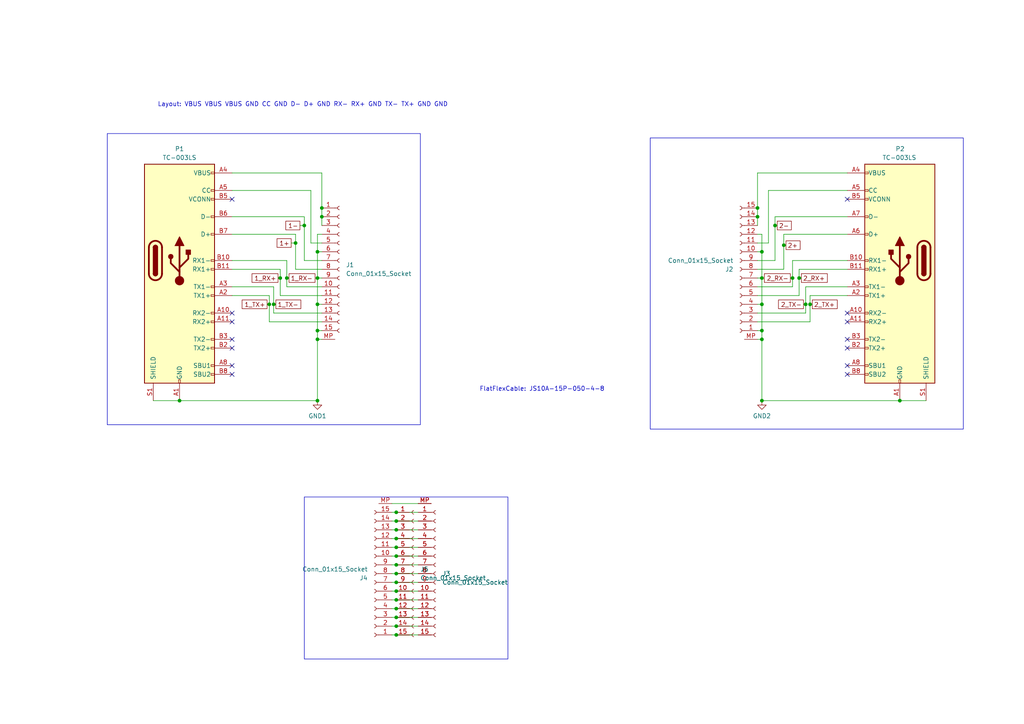
<source format=kicad_sch>
(kicad_sch (version 20230121) (generator eeschema)
  (paper "A4")
  (lib_symbols
    (symbol "Conn_01x15_Socket_1" (pin_names (offset 1.016) hide)
      (property "Reference" "J2" (at 1.905 0 0))
      (property "Value" "Conn_01x15_Socket" (at 1.905 -2.54 0))
      (symbol "Conn_01x15_Socket_1_1_1"
        (arc (start 0 -17.272) (mid -0.5058 -17.78) (end 0 -18.288) (stroke (width 0.1524)))
        (arc (start 0 -14.732) (mid -0.5058 -15.24) (end 0 -15.748) (stroke (width 0.1524)))
        (arc (start 0 -12.192) (mid -0.5058 -12.7) (end 0 -13.208) (stroke (width 0.1524)))
        (arc (start 0 -9.652) (mid -0.5058 -10.16) (end 0 -10.668) (stroke (width 0.1524)))
        (arc (start 0 -7.112) (mid -0.5058 -7.62) (end 0 -8.128) (stroke (width 0.1524)))
        (arc (start 0 -4.572) (mid -0.5058 -5.08) (end 0 -5.588) (stroke (width 0.1524)))
        (arc (start 0 -2.032) (mid -0.5058 -2.54) (end 0 -3.048) (stroke (width 0.1524)))
        (polyline (pts (xy -1.27 -17.78) (xy -0.508 -17.78)) (stroke (width 0.1524)))
        (polyline (pts (xy -1.27 -15.24) (xy -0.508 -15.24)) (stroke (width 0.1524)))
        (polyline (pts (xy -1.27 -12.7) (xy -0.508 -12.7)) (stroke (width 0.1524)))
        (polyline (pts (xy -1.27 -10.16) (xy -0.508 -10.16)) (stroke (width 0.1524)))
        (polyline (pts (xy -1.27 -7.62) (xy -0.508 -7.62)) (stroke (width 0.1524)))
        (polyline (pts (xy -1.27 -5.08) (xy -0.508 -5.08)) (stroke (width 0.1524)))
        (polyline (pts (xy -1.27 -2.54) (xy -0.508 -2.54)) (stroke (width 0.1524)))
        (polyline (pts (xy -1.27 0) (xy -0.508 0)) (stroke (width 0.1524)))
        (polyline (pts (xy -1.27 2.54) (xy -0.508 2.54)) (stroke (width 0.1524)))
        (polyline (pts (xy -1.27 5.08) (xy -0.508 5.08)) (stroke (width 0.1524)))
        (polyline (pts (xy -1.27 7.62) (xy -0.508 7.62)) (stroke (width 0.1524)))
        (polyline (pts (xy -1.27 10.16) (xy -0.508 10.16)) (stroke (width 0.1524)))
        (polyline (pts (xy -1.27 12.7) (xy -0.508 12.7)) (stroke (width 0.1524)))
        (polyline (pts (xy -1.27 15.24) (xy -0.508 15.24)) (stroke (width 0.1524)))
        (polyline (pts (xy -1.27 17.78) (xy -0.508 17.78)) (stroke (width 0.1524)))
        (arc (start 0 0.508) (mid -0.5058 0) (end 0 -0.508) (stroke (width 0.1524)))
        (arc (start 0 3.048) (mid -0.5058 2.54) (end 0 2.032) (stroke (width 0.1524)))
        (arc (start 0 5.588) (mid -0.5058 5.08) (end 0 4.572) (stroke (width 0.1524)))
        (arc (start 0 8.128) (mid -0.5058 7.62) (end 0 7.112) (stroke (width 0.1524)))
        (arc (start 0 10.668) (mid -0.5058 10.16) (end 0 9.652) (stroke (width 0.1524)))
        (arc (start 0 13.208) (mid -0.5058 12.7) (end 0 12.192) (stroke (width 0.1524)))
        (arc (start 0 15.748) (mid -0.5058 15.24) (end 0 14.732) (stroke (width 0.1524)))
        (arc (start 0 18.288) (mid -0.5058 17.78) (end 0 17.272) (stroke (width 0.1524)))
        (pin passive line (at -5.08 17.78 0) (length 3.81) (name "Pin_1") (number "1"))
        (pin passive line (at -5.08 -5.08 0) (length 3.81) (name "Pin_10") (number "10"))
        (pin passive line (at -5.08 -7.62 0) (length 3.81) (name "Pin_11") (number "11"))
        (pin passive line (at -5.08 -10.16 0) (length 3.81) (name "Pin_12") (number "12"))
        (pin passive line (at -5.08 -12.7 0) (length 3.81) (name "Pin_13") (number "13"))
        (pin passive line (at -5.08 -15.24 0) (length 3.81) (name "Pin_14") (number "14"))
        (pin passive line (at -5.08 -17.78 0) (length 3.81) (name "Pin_15") (number "15"))
        (pin passive line (at -5.08 15.24 0) (length 3.81) (name "Pin_2") (number "2"))
        (pin passive line (at -5.08 12.7 0) (length 3.81) (name "Pin_3") (number "3"))
        (pin passive line (at -5.08 10.16 0) (length 3.81) (name "Pin_4") (number "4"))
        (pin passive line (at -5.08 7.62 0) (length 3.81) (name "Pin_5") (number "5"))
        (pin passive line (at -5.08 5.08 0) (length 3.81) (name "Pin_6") (number "6"))
        (pin passive line (at -5.08 2.54 0) (length 3.81) (name "Pin_7") (number "7"))
        (pin passive line (at -5.08 0 0) (length 3.81) (name "Pin_8") (number "8"))
        (pin passive line (at -5.08 -2.54 0) (length 3.81) (name "Pin_9") (number "9"))
        (pin passive line (at -5.08 20.32 0) (length 3.81) (name "MP") (number "MP"))
      )
    )
    (symbol "Conn_01x15_Socket_2" (pin_names (offset 1.016) hide)
      (property "Reference" "J1" (at 1.905 1.27 0))
      (property "Value" "Conn_01x15_Socket" (at 1.905 -1.27 0))
      (symbol "Conn_01x15_Socket_2_1_1"
        (arc (start 0 -17.272) (mid -0.5058 -17.78) (end 0 -18.288) (stroke (width 0.1524)))
        (arc (start 0 -14.732) (mid -0.5058 -15.24) (end 0 -15.748) (stroke (width 0.1524)))
        (arc (start 0 -12.192) (mid -0.5058 -12.7) (end 0 -13.208) (stroke (width 0.1524)))
        (arc (start 0 -9.652) (mid -0.5058 -10.16) (end 0 -10.668) (stroke (width 0.1524)))
        (arc (start 0 -7.112) (mid -0.5058 -7.62) (end 0 -8.128) (stroke (width 0.1524)))
        (arc (start 0 -4.572) (mid -0.5058 -5.08) (end 0 -5.588) (stroke (width 0.1524)))
        (arc (start 0 -2.032) (mid -0.5058 -2.54) (end 0 -3.048) (stroke (width 0.1524)))
        (polyline (pts (xy -1.27 -17.78) (xy -0.508 -17.78)) (stroke (width 0.1524)))
        (polyline (pts (xy -1.27 -15.24) (xy -0.508 -15.24)) (stroke (width 0.1524)))
        (polyline (pts (xy -1.27 -12.7) (xy -0.508 -12.7)) (stroke (width 0.1524)))
        (polyline (pts (xy -1.27 -10.16) (xy -0.508 -10.16)) (stroke (width 0.1524)))
        (polyline (pts (xy -1.27 -7.62) (xy -0.508 -7.62)) (stroke (width 0.1524)))
        (polyline (pts (xy -1.27 -5.08) (xy -0.508 -5.08)) (stroke (width 0.1524)))
        (polyline (pts (xy -1.27 -2.54) (xy -0.508 -2.54)) (stroke (width 0.1524)))
        (polyline (pts (xy -1.27 0) (xy -0.508 0)) (stroke (width 0.1524)))
        (polyline (pts (xy -1.27 2.54) (xy -0.508 2.54)) (stroke (width 0.1524)))
        (polyline (pts (xy -1.27 5.08) (xy -0.508 5.08)) (stroke (width 0.1524)))
        (polyline (pts (xy -1.27 7.62) (xy -0.508 7.62)) (stroke (width 0.1524)))
        (polyline (pts (xy -1.27 10.16) (xy -0.508 10.16)) (stroke (width 0.1524)))
        (polyline (pts (xy -1.27 12.7) (xy -0.508 12.7)) (stroke (width 0.1524)))
        (polyline (pts (xy -1.27 15.24) (xy -0.508 15.24)) (stroke (width 0.1524)))
        (polyline (pts (xy -1.27 17.78) (xy -0.508 17.78)) (stroke (width 0.1524)))
        (arc (start 0 0.508) (mid -0.5058 0) (end 0 -0.508) (stroke (width 0.1524)))
        (arc (start 0 3.048) (mid -0.5058 2.54) (end 0 2.032) (stroke (width 0.1524)))
        (arc (start 0 5.588) (mid -0.5058 5.08) (end 0 4.572) (stroke (width 0.1524)))
        (arc (start 0 8.128) (mid -0.5058 7.62) (end 0 7.112) (stroke (width 0.1524)))
        (arc (start 0 10.668) (mid -0.5058 10.16) (end 0 9.652) (stroke (width 0.1524)))
        (arc (start 0 13.208) (mid -0.5058 12.7) (end 0 12.192) (stroke (width 0.1524)))
        (arc (start 0 15.748) (mid -0.5058 15.24) (end 0 14.732) (stroke (width 0.1524)))
        (arc (start 0 18.288) (mid -0.5058 17.78) (end 0 17.272) (stroke (width 0.1524)))
        (pin passive line (at -5.08 17.78 0) (length 3.81) (name "Pin_1") (number "1"))
        (pin passive line (at -5.08 -5.08 0) (length 3.81) (name "Pin_10") (number "10"))
        (pin passive line (at -5.08 -7.62 0) (length 3.81) (name "Pin_11") (number "11"))
        (pin passive line (at -5.08 -10.16 0) (length 3.81) (name "Pin_12") (number "12"))
        (pin passive line (at -5.08 -12.7 0) (length 3.81) (name "Pin_13") (number "13"))
        (pin passive line (at -5.08 -15.24 0) (length 3.81) (name "Pin_14") (number "14"))
        (pin passive line (at -5.08 -17.78 0) (length 3.81) (name "Pin_15") (number "15"))
        (pin passive line (at -5.08 15.24 0) (length 3.81) (name "Pin_2") (number "2"))
        (pin passive line (at -5.08 12.7 0) (length 3.81) (name "Pin_3") (number "3"))
        (pin passive line (at -5.08 10.16 0) (length 3.81) (name "Pin_4") (number "4"))
        (pin passive line (at -5.08 7.62 0) (length 3.81) (name "Pin_5") (number "5"))
        (pin passive line (at -5.08 5.08 0) (length 3.81) (name "Pin_6") (number "6"))
        (pin passive line (at -5.08 2.54 0) (length 3.81) (name "Pin_7") (number "7"))
        (pin passive line (at -5.08 0 0) (length 3.81) (name "Pin_8") (number "8"))
        (pin passive line (at -5.08 -2.54 0) (length 3.81) (name "Pin_9") (number "9"))
        (pin passive line (at -5.08 -20.32 0) (length 3.81) (name "MP") (number "MP"))
      )
    )
    (symbol "Connector:Conn_01x15_Socket" (pin_names (offset 1.016) hide)
      (property "Reference" "J" (at 0 20.32 0))
      (property "Value" "Conn_01x15_Socket" (at 0 -20.32 0))
      (symbol "Conn_01x15_Socket_1_1"
        (arc (start 0 -17.272) (mid -0.5058 -17.78) (end 0 -18.288) (stroke (width 0.1524)))
        (arc (start 0 -14.732) (mid -0.5058 -15.24) (end 0 -15.748) (stroke (width 0.1524)))
        (arc (start 0 -12.192) (mid -0.5058 -12.7) (end 0 -13.208) (stroke (width 0.1524)))
        (arc (start 0 -9.652) (mid -0.5058 -10.16) (end 0 -10.668) (stroke (width 0.1524)))
        (arc (start 0 -7.112) (mid -0.5058 -7.62) (end 0 -8.128) (stroke (width 0.1524)))
        (arc (start 0 -4.572) (mid -0.5058 -5.08) (end 0 -5.588) (stroke (width 0.1524)))
        (arc (start 0 -2.032) (mid -0.5058 -2.54) (end 0 -3.048) (stroke (width 0.1524)))
        (polyline (pts (xy -1.27 -17.78) (xy -0.508 -17.78)) (stroke (width 0.1524)))
        (polyline (pts (xy -1.27 -15.24) (xy -0.508 -15.24)) (stroke (width 0.1524)))
        (polyline (pts (xy -1.27 -12.7) (xy -0.508 -12.7)) (stroke (width 0.1524)))
        (polyline (pts (xy -1.27 -10.16) (xy -0.508 -10.16)) (stroke (width 0.1524)))
        (polyline (pts (xy -1.27 -7.62) (xy -0.508 -7.62)) (stroke (width 0.1524)))
        (polyline (pts (xy -1.27 -5.08) (xy -0.508 -5.08)) (stroke (width 0.1524)))
        (polyline (pts (xy -1.27 -2.54) (xy -0.508 -2.54)) (stroke (width 0.1524)))
        (polyline (pts (xy -1.27 0) (xy -0.508 0)) (stroke (width 0.1524)))
        (polyline (pts (xy -1.27 2.54) (xy -0.508 2.54)) (stroke (width 0.1524)))
        (polyline (pts (xy -1.27 5.08) (xy -0.508 5.08)) (stroke (width 0.1524)))
        (polyline (pts (xy -1.27 7.62) (xy -0.508 7.62)) (stroke (width 0.1524)))
        (polyline (pts (xy -1.27 10.16) (xy -0.508 10.16)) (stroke (width 0.1524)))
        (polyline (pts (xy -1.27 12.7) (xy -0.508 12.7)) (stroke (width 0.1524)))
        (polyline (pts (xy -1.27 15.24) (xy -0.508 15.24)) (stroke (width 0.1524)))
        (polyline (pts (xy -1.27 17.78) (xy -0.508 17.78)) (stroke (width 0.1524)))
        (arc (start 0 0.508) (mid -0.5058 0) (end 0 -0.508) (stroke (width 0.1524)))
        (arc (start 0 3.048) (mid -0.5058 2.54) (end 0 2.032) (stroke (width 0.1524)))
        (arc (start 0 5.588) (mid -0.5058 5.08) (end 0 4.572) (stroke (width 0.1524)))
        (arc (start 0 8.128) (mid -0.5058 7.62) (end 0 7.112) (stroke (width 0.1524)))
        (arc (start 0 10.668) (mid -0.5058 10.16) (end 0 9.652) (stroke (width 0.1524)))
        (arc (start 0 13.208) (mid -0.5058 12.7) (end 0 12.192) (stroke (width 0.1524)))
        (arc (start 0 15.748) (mid -0.5058 15.24) (end 0 14.732) (stroke (width 0.1524)))
        (arc (start 0 18.288) (mid -0.5058 17.78) (end 0 17.272) (stroke (width 0.1524)))
        (pin passive line (at -5.08 17.78 0) (length 3.81) (name "Pin_1") (number "1"))
        (pin passive line (at -5.08 -5.08 0) (length 3.81) (name "Pin_10") (number "10"))
        (pin passive line (at -5.08 -7.62 0) (length 3.81) (name "Pin_11") (number "11"))
        (pin passive line (at -5.08 -10.16 0) (length 3.81) (name "Pin_12") (number "12"))
        (pin passive line (at -5.08 -12.7 0) (length 3.81) (name "Pin_13") (number "13"))
        (pin passive line (at -5.08 -15.24 0) (length 3.81) (name "Pin_14") (number "14"))
        (pin passive line (at -5.08 -17.78 0) (length 3.81) (name "Pin_15") (number "15"))
        (pin passive line (at -5.08 15.24 0) (length 3.81) (name "Pin_2") (number "2"))
        (pin passive line (at -5.08 12.7 0) (length 3.81) (name "Pin_3") (number "3"))
        (pin passive line (at -5.08 10.16 0) (length 3.81) (name "Pin_4") (number "4"))
        (pin passive line (at -5.08 7.62 0) (length 3.81) (name "Pin_5") (number "5"))
        (pin passive line (at -5.08 5.08 0) (length 3.81) (name "Pin_6") (number "6"))
        (pin passive line (at -5.08 2.54 0) (length 3.81) (name "Pin_7") (number "7"))
        (pin passive line (at -5.08 0 0) (length 3.81) (name "Pin_8") (number "8"))
        (pin passive line (at -5.08 -2.54 0) (length 3.81) (name "Pin_9") (number "9"))
      )
    )
    (symbol "Connector:USB_C_Plug" (pin_names (offset 1.016))
      (property "Reference" "P" (at -10.16 29.21 0))
      (property "Value" "USB_C_Plug" (at 10.16 29.21 0))
      (symbol "USB_C_Plug_0_0"
        (rectangle (start -0.254 -35.56) (end 0.254 -34.544))
        (rectangle (start 10.16 -32.766) (end 9.144 -33.274))
        (rectangle (start 10.16 -30.226) (end 9.144 -30.734))
        (rectangle (start 10.16 -25.146) (end 9.144 -25.654))
        (rectangle (start 10.16 -22.606) (end 9.144 -23.114))
        (rectangle (start 10.16 -17.526) (end 9.144 -18.034))
        (rectangle (start 10.16 -14.986) (end 9.144 -15.494))
        (rectangle (start 10.16 -9.906) (end 9.144 -10.414))
        (rectangle (start 10.16 -7.366) (end 9.144 -7.874))
        (rectangle (start 10.16 -2.286) (end 9.144 -2.794))
        (rectangle (start 10.16 0.254) (end 9.144 -0.254))
        (rectangle (start 10.16 7.874) (end 9.144 7.366))
        (rectangle (start 10.16 12.954) (end 9.144 12.446))
        (rectangle (start 10.16 18.034) (end 9.144 17.526))
        (rectangle (start 10.16 20.574) (end 9.144 20.066))
        (rectangle (start 10.16 25.654) (end 9.144 25.146))
      )
      (symbol "USB_C_Plug_0_1"
        (rectangle (start -10.16 27.94) (end 10.16 -35.56) (stroke (width 0.254)) (fill (type background)))
        (arc (start -8.89 -3.81) (mid -6.985 -5.7067) (end -5.08 -3.81) (stroke (width 0.508)))
        (arc (start -7.62 -3.81) (mid -6.985 -4.4423) (end -6.35 -3.81) (stroke (width 0.254)))
        (arc (start -7.62 -3.81) (mid -6.985 -4.4423) (end -6.35 -3.81) (stroke (width 0.254)) (fill (type outline)))
        (rectangle (start -7.62 -3.81) (end -6.35 3.81) (stroke (width 0.254)) (fill (type outline)))
        (arc (start -6.35 3.81) (mid -6.985 4.4423) (end -7.62 3.81) (stroke (width 0.254)))
        (arc (start -6.35 3.81) (mid -6.985 4.4423) (end -7.62 3.81) (stroke (width 0.254)) (fill (type outline)))
        (arc (start -5.08 3.81) (mid -6.985 5.7067) (end -8.89 3.81) (stroke (width 0.508)))
        (polyline (pts (xy -8.89 -3.81) (xy -8.89 3.81)) (stroke (width 0.508)))
        (polyline (pts (xy -5.08 3.81) (xy -5.08 -3.81)) (stroke (width 0.508)))
      )
      (symbol "USB_C_Plug_1_1"
        (circle (center -2.54 1.143) (radius 0.635) (stroke (width 0.254)) (fill (type outline)))
        (circle (center 0 -5.842) (radius 1.27) (fill (type outline)))
        (polyline (pts (xy 0 -5.842) (xy 0 4.318)) (stroke (width 0.508)))
        (polyline (pts (xy 0 -3.302) (xy -2.54 -0.762) (xy -2.54 0.508)) (stroke (width 0.508)))
        (polyline (pts (xy 0 -2.032) (xy 2.54 0.508) (xy 2.54 1.778)) (stroke (width 0.508)))
        (polyline (pts (xy -1.27 4.318) (xy 0 6.858) (xy 1.27 4.318) (xy -1.27 4.318)) (stroke (width 0.254)) (fill (type outline)))
        (rectangle (start 1.905 1.778) (end 3.175 3.048) (stroke (width 0.254)) (fill (type outline)))
        (pin passive line (at 0 -40.64 90) (length 5.08) (name "GND") (number "A1"))
        (pin bidirectional line (at 15.24 -15.24 180) (length 5.08) (name "RX2-") (number "A10"))
        (pin bidirectional line (at 15.24 -17.78 180) (length 5.08) (name "RX2+") (number "A11"))
        (pin passive line (at 0 -40.64 90) (length 5.08) hide (name "GND") (number "A12"))
        (pin bidirectional line (at 15.24 -10.16 180) (length 5.08) (name "TX1+") (number "A2"))
        (pin bidirectional line (at 15.24 -7.62 180) (length 5.08) (name "TX1-") (number "A3"))
        (pin passive line (at 15.24 25.4 180) (length 5.08) (name "VBUS") (number "A4"))
        (pin bidirectional line (at 15.24 20.32 180) (length 5.08) (name "CC") (number "A5"))
        (pin bidirectional line (at 15.24 7.62 180) (length 5.08) (name "D+") (number "A6"))
        (pin bidirectional line (at 15.24 12.7 180) (length 5.08) (name "D-") (number "A7"))
        (pin bidirectional line (at 15.24 -30.48 180) (length 5.08) (name "SBU1") (number "A8"))
        (pin passive line (at 15.24 25.4 180) (length 5.08) hide (name "VBUS") (number "A9"))
        (pin passive line (at 0 -40.64 90) (length 5.08) hide (name "GND") (number "B1"))
        (pin bidirectional line (at 15.24 0 180) (length 5.08) (name "RX1-") (number "B10"))
        (pin bidirectional line (at 15.24 -2.54 180) (length 5.08) (name "RX1+") (number "B11"))
        (pin passive line (at 0 -40.64 90) (length 5.08) hide (name "GND") (number "B12"))
        (pin bidirectional line (at 15.24 -25.4 180) (length 5.08) (name "TX2+") (number "B2"))
        (pin bidirectional line (at 15.24 -22.86 180) (length 5.08) (name "TX2-") (number "B3"))
        (pin passive line (at 15.24 25.4 180) (length 5.08) hide (name "VBUS") (number "B4"))
        (pin bidirectional line (at 15.24 17.78 180) (length 5.08) (name "VCONN") (number "B5"))
        (pin bidirectional line (at 15.24 -33.02 180) (length 5.08) (name "SBU2") (number "B8"))
        (pin passive line (at 15.24 25.4 180) (length 5.08) hide (name "VBUS") (number "B9"))
        (pin passive line (at -7.62 -40.64 90) (length 5.08) (name "SHIELD") (number "S1"))
      )
    )
    (symbol "USB_C_Plug_1" (pin_names (offset 1.016))
      (property "Reference" "P1" (at 0 32.385 0))
      (property "Value" "TC-003LS" (at 0 29.845 0))
      (symbol "USB_C_Plug_1_0_0"
        (rectangle (start -0.254 -35.56) (end 0.254 -34.544))
        (rectangle (start 10.16 -32.766) (end 9.144 -33.274))
        (rectangle (start 10.16 -30.226) (end 9.144 -30.734))
        (rectangle (start 10.16 -25.146) (end 9.144 -25.654))
        (rectangle (start 10.16 -22.606) (end 9.144 -23.114))
        (rectangle (start 10.16 -17.526) (end 9.144 -18.034))
        (rectangle (start 10.16 -14.986) (end 9.144 -15.494))
        (rectangle (start 10.16 -9.906) (end 9.144 -10.414))
        (rectangle (start 10.16 -7.366) (end 9.144 -7.874))
        (rectangle (start 10.16 -2.286) (end 9.144 -2.794))
        (rectangle (start 10.16 0.254) (end 9.144 -0.254))
        (rectangle (start 10.16 7.874) (end 9.144 7.366))
        (rectangle (start 10.16 12.954) (end 9.144 12.446))
        (rectangle (start 10.16 18.034) (end 9.144 17.526))
        (rectangle (start 10.16 20.574) (end 9.144 20.066))
        (rectangle (start 10.16 25.654) (end 9.144 25.146))
      )
      (symbol "USB_C_Plug_1_0_1"
        (rectangle (start -10.16 27.94) (end 10.16 -35.56) (stroke (width 0.254)) (fill (type background)))
        (arc (start -8.89 -3.81) (mid -6.985 -5.7067) (end -5.08 -3.81) (stroke (width 0.508)))
        (arc (start -7.62 -3.81) (mid -6.985 -4.4423) (end -6.35 -3.81) (stroke (width 0.254)))
        (arc (start -7.62 -3.81) (mid -6.985 -4.4423) (end -6.35 -3.81) (stroke (width 0.254)) (fill (type outline)))
        (rectangle (start -7.62 -3.81) (end -6.35 3.81) (stroke (width 0.254)) (fill (type outline)))
        (arc (start -6.35 3.81) (mid -6.985 4.4423) (end -7.62 3.81) (stroke (width 0.254)))
        (arc (start -6.35 3.81) (mid -6.985 4.4423) (end -7.62 3.81) (stroke (width 0.254)) (fill (type outline)))
        (arc (start -5.08 3.81) (mid -6.985 5.7067) (end -8.89 3.81) (stroke (width 0.508)))
        (polyline (pts (xy -8.89 -3.81) (xy -8.89 3.81)) (stroke (width 0.508)))
        (polyline (pts (xy -5.08 3.81) (xy -5.08 -3.81)) (stroke (width 0.508)))
      )
      (symbol "USB_C_Plug_1_1_1"
        (circle (center -2.54 1.143) (radius 0.635) (stroke (width 0.254)) (fill (type outline)))
        (circle (center 0 -5.842) (radius 1.27) (fill (type outline)))
        (polyline (pts (xy 0 -5.842) (xy 0 4.318)) (stroke (width 0.508)))
        (polyline (pts (xy 0 -3.302) (xy -2.54 -0.762) (xy -2.54 0.508)) (stroke (width 0.508)))
        (polyline (pts (xy 0 -2.032) (xy 2.54 0.508) (xy 2.54 1.778)) (stroke (width 0.508)))
        (polyline (pts (xy -1.27 4.318) (xy 0 6.858) (xy 1.27 4.318) (xy -1.27 4.318)) (stroke (width 0.254)) (fill (type outline)))
        (rectangle (start 1.905 1.778) (end 3.175 3.048) (stroke (width 0.254)) (fill (type outline)))
        (pin passive line (at 0 -40.64 90) (length 5.08) (name "GND") (number "A1"))
        (pin bidirectional line (at 15.24 -15.24 180) (length 5.08) (name "RX2-") (number "A10"))
        (pin bidirectional line (at 15.24 -17.78 180) (length 5.08) (name "RX2+") (number "A11"))
        (pin passive line (at 0 -40.64 90) (length 5.08) hide (name "GND") (number "A12"))
        (pin bidirectional line (at 15.24 -10.16 180) (length 5.08) (name "TX1+") (number "A2"))
        (pin bidirectional line (at 15.24 -7.62 180) (length 5.08) (name "TX1-") (number "A3"))
        (pin passive line (at 15.24 25.4 180) (length 5.08) (name "VBUS") (number "A4"))
        (pin bidirectional line (at 15.24 20.32 180) (length 5.08) (name "CC") (number "A5"))
        (pin bidirectional line (at 15.24 -30.48 180) (length 5.08) (name "SBU1") (number "A8"))
        (pin passive line (at 15.24 25.4 180) (length 5.08) hide (name "VBUS") (number "A9"))
        (pin passive line (at 0 -40.64 90) (length 5.08) hide (name "GND") (number "B1"))
        (pin bidirectional line (at 15.24 0 180) (length 5.08) (name "RX1-") (number "B10"))
        (pin bidirectional line (at 15.24 -2.54 180) (length 5.08) (name "RX1+") (number "B11"))
        (pin passive line (at 0 -40.64 90) (length 5.08) hide (name "GND") (number "B12"))
        (pin bidirectional line (at 15.24 -25.4 180) (length 5.08) (name "TX2+") (number "B2"))
        (pin bidirectional line (at 15.24 -22.86 180) (length 5.08) (name "TX2-") (number "B3"))
        (pin passive line (at 15.24 25.4 180) (length 5.08) hide (name "VBUS") (number "B4"))
        (pin bidirectional line (at 15.24 17.78 180) (length 5.08) (name "VCONN") (number "B5"))
        (pin bidirectional line (at 15.24 12.7 180) (length 5.08) (name "D-") (number "B6"))
        (pin bidirectional line (at 15.24 7.62 180) (length 5.08) (name "D+") (number "B7"))
        (pin bidirectional line (at 15.24 -33.02 180) (length 5.08) (name "SBU2") (number "B8"))
        (pin passive line (at 15.24 25.4 180) (length 5.08) hide (name "VBUS") (number "B9"))
        (pin passive line (at -7.62 -40.64 90) (length 5.08) (name "SHIELD") (number "S1"))
      )
    )
    (symbol "power:GND1" (power) (pin_names (offset 0))
      (property "Value" "GND1" (at 0 -3.81 0))
      (symbol "GND1_0_1"
        (polyline (pts (xy 0 0) (xy 0 -1.27) (xy 1.27 -1.27) (xy 0 -2.54) (xy -1.27 -1.27) (xy 0 -1.27)))
      )
      (symbol "GND1_1_1"
        (pin power_in line (at 0 0 270) (length 0) hide (name "GND1") (number "1"))
      )
    )
    (symbol "power:GND2" (power) (pin_names (offset 0))
      (property "Value" "GND2" (at 0 -3.81 0))
      (symbol "GND2_0_1"
        (polyline (pts (xy 0 0) (xy 0 -1.27) (xy 1.27 -1.27) (xy 0 -2.54) (xy -1.27 -1.27) (xy 0 -1.27)))
      )
      (symbol "GND2_1_1"
        (pin power_in line (at 0 0 270) (length 0) hide (name "GND2") (number "1"))
      )
    )
  )
  (junction (at 220.98 80.645))
  (junction (at 114.935 173.99))
  (junction (at 114.935 151.13))
  (junction (at 220.98 88.265))
  (junction (at 92.075 95.885))
  (junction (at 92.075 88.265))
  (junction (at 52.07 116.205))
  (junction (at 83.185 80.645))
  (junction (at 81.28 80.645))
  (junction (at 85.725 70.485))
  (junction (at 229.87 80.645))
  (junction (at 219.71 60.325))
  (junction (at 220.98 98.425))
  (junction (at 114.935 148.59))
  (junction (at 114.935 158.75))
  (junction (at 114.935 163.83))
  (junction (at 220.98 73.025))
  (junction (at 260.985 116.205))
  (junction (at 92.075 98.425))
  (junction (at 114.935 161.29))
  (junction (at 220.98 95.885))
  (junction (at 231.775 80.645))
  (junction (at 93.345 62.865))
  (junction (at 79.375 88.265))
  (junction (at 92.075 73.025))
  (junction (at 114.935 171.45))
  (junction (at 233.68 88.265))
  (junction (at 224.79 65.405))
  (junction (at 114.935 176.53))
  (junction (at 219.71 62.865))
  (junction (at 227.33 71.12))
  (junction (at 92.075 116.205))
  (junction (at 114.935 156.21))
  (junction (at 88.265 65.405))
  (junction (at 114.935 153.67))
  (junction (at 114.935 166.37))
  (junction (at 93.345 60.325))
  (junction (at 78.105 88.265))
  (junction (at 114.935 184.15))
  (junction (at 114.935 181.61))
  (junction (at 234.95 88.265))
  (junction (at 114.935 168.91))
  (junction (at 92.075 80.645))
  (junction (at 114.935 179.07))
  (junction (at 220.98 116.205))
  (no_connect (at 245.745 100.965))
  (no_connect (at 245.745 90.805))
  (no_connect (at 245.745 93.345))
  (no_connect (at 245.745 106.045))
  (no_connect (at 67.31 108.585))
  (no_connect (at 67.31 98.425))
  (no_connect (at 67.31 100.965))
  (no_connect (at 245.745 98.425))
  (no_connect (at 245.745 57.785))
  (no_connect (at 245.745 108.585))
  (no_connect (at 67.31 57.785))
  (no_connect (at 67.31 93.345))
  (no_connect (at 67.31 106.045))
  (no_connect (at 67.31 90.805))
  (wire (pts (xy 114.935 151.13) (xy 121.285 151.13)))
  (wire (pts (xy 81.28 85.725) (xy 93.345 85.725)))
  (wire (pts (xy 113.665 151.13) (xy 114.935 151.13)))
  (wire (pts (xy 85.725 78.105) (xy 93.345 78.105)))
  (wire (pts (xy 219.71 98.425) (xy 220.98 98.425)))
  (wire (pts (xy 93.345 60.325) (xy 93.345 62.865)))
  (wire (pts (xy 234.95 88.265) (xy 234.95 93.345)))
  (wire (pts (xy 113.665 184.15) (xy 114.935 184.15)))
  (wire (pts (xy 220.98 67.945) (xy 220.98 73.025)))
  (wire (pts (xy 225.425 65.405) (xy 224.79 65.405)))
  (wire (pts (xy 220.98 95.885) (xy 219.71 95.885)))
  (wire (pts (xy 113.665 158.75) (xy 114.935 158.75)))
  (wire (pts (xy 113.665 166.37) (xy 114.935 166.37)))
  (wire (pts (xy 114.935 156.21) (xy 121.285 156.21)))
  (wire (pts (xy 222.885 55.245) (xy 222.885 70.485)))
  (wire (pts (xy 220.98 73.025) (xy 220.98 80.645)))
  (wire (pts (xy 83.82 80.645) (xy 83.185 80.645)))
  (wire (pts (xy 227.965 71.12) (xy 227.33 71.12)))
  (wire (pts (xy 245.745 55.245) (xy 222.885 55.245)))
  (wire (pts (xy 67.31 75.565) (xy 83.185 75.565)))
  (wire (pts (xy 113.665 179.07) (xy 114.935 179.07)))
  (wire (pts (xy 229.87 83.185) (xy 219.71 83.185)))
  (wire (pts (xy 113.665 161.29) (xy 114.935 161.29)))
  (wire (pts (xy 114.935 173.99) (xy 121.285 173.99)))
  (wire (pts (xy 113.665 181.61) (xy 114.935 181.61)))
  (wire (pts (xy 83.185 75.565) (xy 83.185 80.645)))
  (wire (pts (xy 78.105 93.345) (xy 93.345 93.345)))
  (wire (pts (xy 222.885 70.485) (xy 219.71 70.485)))
  (wire (pts (xy 219.71 62.865) (xy 219.71 65.405)))
  (wire (pts (xy 67.31 50.165) (xy 93.345 50.165)))
  (wire (pts (xy 113.665 171.45) (xy 114.935 171.45)))
  (wire (pts (xy 67.31 67.945) (xy 85.725 67.945)))
  (wire (pts (xy 224.79 62.865) (xy 224.79 65.405)))
  (wire (pts (xy 114.935 184.15) (xy 121.285 184.15)))
  (wire (pts (xy 245.745 75.565) (xy 229.87 75.565)))
  (wire (pts (xy 220.98 116.205) (xy 260.985 116.205)))
  (wire (pts (xy 90.17 70.485) (xy 93.345 70.485)))
  (wire (pts (xy 220.98 73.025) (xy 219.71 73.025)))
  (wire (pts (xy 92.075 95.885) (xy 92.075 98.425)))
  (wire (pts (xy 81.28 78.105) (xy 81.28 80.645)))
  (wire (pts (xy 67.31 85.725) (xy 78.105 85.725)))
  (wire (pts (xy 114.935 176.53) (xy 121.285 176.53)))
  (wire (pts (xy 114.935 158.75) (xy 121.285 158.75)))
  (wire (pts (xy 114.935 179.07) (xy 121.285 179.07)))
  (wire (pts (xy 81.28 80.645) (xy 81.28 85.725)))
  (wire (pts (xy 92.075 67.945) (xy 92.075 73.025)))
  (wire (pts (xy 245.745 62.865) (xy 224.79 62.865)))
  (wire (pts (xy 260.985 116.205) (xy 268.605 116.205)))
  (wire (pts (xy 114.935 163.83) (xy 121.285 163.83)))
  (wire (pts (xy 114.935 161.29) (xy 121.285 161.29)))
  (wire (pts (xy 245.745 67.945) (xy 227.33 67.945)))
  (wire (pts (xy 85.725 70.485) (xy 85.725 78.105)))
  (wire (pts (xy 92.075 116.205) (xy 52.07 116.205)))
  (wire (pts (xy 92.075 98.425) (xy 93.345 98.425)))
  (wire (pts (xy 220.98 80.645) (xy 220.98 88.265)))
  (wire (pts (xy 231.775 80.645) (xy 231.775 85.725)))
  (wire (pts (xy 93.345 50.165) (xy 93.345 60.325)))
  (wire (pts (xy 86.995 65.405) (xy 88.265 65.405)))
  (wire (pts (xy 220.98 98.425) (xy 220.98 116.205)))
  (wire (pts (xy 231.775 85.725) (xy 219.71 85.725)))
  (wire (pts (xy 93.345 62.865) (xy 93.345 65.405)))
  (wire (pts (xy 113.665 168.91) (xy 114.935 168.91)))
  (wire (pts (xy 92.075 80.645) (xy 92.075 88.265)))
  (wire (pts (xy 67.31 55.245) (xy 90.17 55.245)))
  (wire (pts (xy 227.33 67.945) (xy 227.33 71.12)))
  (wire (pts (xy 92.075 88.265) (xy 92.075 95.885)))
  (wire (pts (xy 233.68 90.805) (xy 219.71 90.805)))
  (wire (pts (xy 233.68 83.185) (xy 233.68 88.265)))
  (wire (pts (xy 219.71 67.945) (xy 220.98 67.945)))
  (wire (pts (xy 245.745 83.185) (xy 233.68 83.185)))
  (wire (pts (xy 88.265 62.865) (xy 88.265 65.405)))
  (wire (pts (xy 92.075 73.025) (xy 92.075 80.645)))
  (wire (pts (xy 114.935 168.91) (xy 121.285 168.91)))
  (wire (pts (xy 220.98 88.265) (xy 219.71 88.265)))
  (wire (pts (xy 219.71 50.165) (xy 219.71 60.325)))
  (wire (pts (xy 88.265 65.405) (xy 88.265 75.565)))
  (wire (pts (xy 234.95 85.725) (xy 234.95 88.265)))
  (wire (pts (xy 83.185 83.185) (xy 93.345 83.185)))
  (wire (pts (xy 67.31 62.865) (xy 88.265 62.865)))
  (wire (pts (xy 234.95 93.345) (xy 219.71 93.345)))
  (wire (pts (xy 113.665 153.67) (xy 114.935 153.67)))
  (wire (pts (xy 245.745 50.165) (xy 219.71 50.165)))
  (wire (pts (xy 85.725 67.945) (xy 85.725 70.485)))
  (wire (pts (xy 227.33 78.105) (xy 219.71 78.105)))
  (wire (pts (xy 79.375 88.265) (xy 79.375 90.805)))
  (wire (pts (xy 232.41 80.645) (xy 231.775 80.645)))
  (wire (pts (xy 245.745 78.105) (xy 231.775 78.105)))
  (wire (pts (xy 90.17 55.245) (xy 90.17 70.485)))
  (wire (pts (xy 113.665 163.83) (xy 114.935 163.83)))
  (wire (pts (xy 231.775 78.105) (xy 231.775 80.645)))
  (wire (pts (xy 233.045 88.265) (xy 233.68 88.265)))
  (wire (pts (xy 113.665 176.53) (xy 114.935 176.53)))
  (wire (pts (xy 92.075 88.265) (xy 93.345 88.265)))
  (wire (pts (xy 93.345 67.945) (xy 92.075 67.945)))
  (wire (pts (xy 220.98 88.265) (xy 220.98 95.885)))
  (wire (pts (xy 114.935 171.45) (xy 121.285 171.45)))
  (wire (pts (xy 79.375 90.805) (xy 93.345 90.805)))
  (wire (pts (xy 229.235 80.645) (xy 229.87 80.645)))
  (wire (pts (xy 44.45 116.205) (xy 52.07 116.205)))
  (wire (pts (xy 220.98 95.885) (xy 220.98 98.425)))
  (wire (pts (xy 227.33 71.12) (xy 227.33 78.105)))
  (wire (pts (xy 92.075 95.885) (xy 93.345 95.885)))
  (wire (pts (xy 79.375 83.185) (xy 79.375 88.265)))
  (wire (pts (xy 113.665 146.05) (xy 121.285 146.05)))
  (wire (pts (xy 219.71 60.325) (xy 219.71 62.865)))
  (wire (pts (xy 114.935 148.59) (xy 121.285 148.59)))
  (wire (pts (xy 224.79 65.405) (xy 224.79 75.565)))
  (wire (pts (xy 88.265 75.565) (xy 93.345 75.565)))
  (wire (pts (xy 113.665 156.21) (xy 114.935 156.21)))
  (wire (pts (xy 114.935 181.61) (xy 121.285 181.61)))
  (wire (pts (xy 78.105 85.725) (xy 78.105 88.265)))
  (wire (pts (xy 113.665 148.59) (xy 114.935 148.59)))
  (wire (pts (xy 114.935 166.37) (xy 121.285 166.37)))
  (wire (pts (xy 245.745 85.725) (xy 234.95 85.725)))
  (wire (pts (xy 92.075 98.425) (xy 92.075 116.205)))
  (wire (pts (xy 83.185 80.645) (xy 83.185 83.185)))
  (wire (pts (xy 77.47 88.265) (xy 78.105 88.265)))
  (wire (pts (xy 67.31 83.185) (xy 79.375 83.185)))
  (wire (pts (xy 114.935 153.67) (xy 121.285 153.67)))
  (wire (pts (xy 113.665 173.99) (xy 114.935 173.99)))
  (wire (pts (xy 224.79 75.565) (xy 219.71 75.565)))
  (wire (pts (xy 235.585 88.265) (xy 234.95 88.265)))
  (wire (pts (xy 229.87 80.645) (xy 229.87 83.185)))
  (wire (pts (xy 80.01 88.265) (xy 79.375 88.265)))
  (wire (pts (xy 220.98 80.645) (xy 219.71 80.645)))
  (wire (pts (xy 80.645 80.645) (xy 81.28 80.645)))
  (wire (pts (xy 92.075 73.025) (xy 93.345 73.025)))
  (wire (pts (xy 84.455 70.485) (xy 85.725 70.485)))
  (wire (pts (xy 229.87 75.565) (xy 229.87 80.645)))
  (wire (pts (xy 92.075 80.645) (xy 93.345 80.645)))
  (wire (pts (xy 78.105 88.265) (xy 78.105 93.345)))
  (wire (pts (xy 233.68 88.265) (xy 233.68 90.805)))
  (wire (pts (xy 67.31 78.105) (xy 81.28 78.105)))
  (rectangle (start 188.595 40.005) (end 279.4 124.46))
  (rectangle (start 31.115 38.735) (end 121.92 123.19))
  (rectangle (start 88.265 144.145) (end 147.32 191.135))
  (text "FlatFlexCable: JS10A-15P-050-4-8" (at 139.065 113.665 0) (effects (font (size 1.27 1.27)) (justify left bottom)))
  (text "Layout: VBUS VBUS VBUS GND CC GND D- D+ GND RX- RX+ GND TX- TX+ GND GND" (at 45.72 31.115 0) (effects (font (size 1.27 1.27)) (justify left bottom)))
  (global_label "2_TX+" (shape passive) (at 235.585 88.265 0) (property "Intersheetrefs" "${INTERSHEET_REFS}" (effects hide)))
  (global_label "1_TX-" (shape passive) (at 80.01 88.265 0) (property "Intersheetrefs" "${INTERSHEET_REFS}" (effects hide)))
  (global_label "2_TX-" (shape passive) (at 233.045 88.265 180) (property "Intersheetrefs" "${INTERSHEET_REFS}" (effects hide)))
  (global_label "2_RX+" (shape passive) (at 232.41 80.645 0) (property "Intersheetrefs" "${INTERSHEET_REFS}" (effects hide)))
  (global_label "1_RX-" (shape passive) (at 83.82 80.645 0) (property "Intersheetrefs" "${INTERSHEET_REFS}" (effects hide)))
  (global_label "1_TX+" (shape passive) (at 77.47 88.265 180) (property "Intersheetrefs" "${INTERSHEET_REFS}" (effects hide)))
  (global_label "2_RX-" (shape passive) (at 229.235 80.645 180) (property "Intersheetrefs" "${INTERSHEET_REFS}" (effects hide)))
  (global_label "1_RX+" (shape passive) (at 80.645 80.645 180) (property "Intersheetrefs" "${INTERSHEET_REFS}" (effects hide)))
  (global_label "2+" (shape passive) (at 227.965 71.12 0) (property "Intersheetrefs" "${INTERSHEET_REFS}" (effects hide)))
  (global_label "2-" (shape passive) (at 225.425 65.405 0) (property "Intersheetrefs" "${INTERSHEET_REFS}" (effects hide)))
  (global_label "1+" (shape passive) (at 84.455 70.485 180) (property "Intersheetrefs" "${INTERSHEET_REFS}" (effects hide)))
  (global_label "1-" (shape passive) (at 86.995 65.405 180) (property "Intersheetrefs" "${INTERSHEET_REFS}" (effects hide)))
  (symbol (lib_id "power:GND1") (at 92.075 116.205 0) (unit 1)
    (property "Reference" "#PWR01" (effects hide))
    (property "Value" "GND1" (at 92.075 120.65 0))
  )
  (symbol (lib_name "Conn_01x15_Socket_2") (lib_id "Connector:Conn_01x15_Socket") (at 108.585 166.37 180) (unit 1)
    (property "Reference" "J4" (at 106.68 167.64 0) (effects (justify left)))
    (property "Value" "Conn_01x15_Socket" (at 106.68 165.1 0) (effects (justify left)))
    (property "Footprint" "Connector_FFC-FPC:Molex_200528-0150_1x15-1MP_P1.00mm_Horizontal" (effects hide))
  )
  (symbol (lib_name "USB_C_Plug_1") (lib_id "Connector:USB_C_Plug") (at 52.07 75.565 0) (unit 1)
    (property "Reference" "P1" (at 52.07 43.18 0))
    (property "Value" "TC-003LS" (at 52.07 45.72 0))
    (property "Footprint" "H3_Connectors:TC-003LS" (effects hide))
    (property "Datasheet" "https://www.usb.org/sites/default/files/documents/usb_type-c.zip" (effects hide))
  )
  (symbol (lib_id "power:GND2") (at 220.98 116.205 0) (unit 1)
    (property "Reference" "#PWR02" (effects hide))
    (property "Value" "GND2" (at 220.98 120.65 0))
  )
  (symbol (lib_name "Conn_01x15_Socket_1") (lib_id "Connector:Conn_01x15_Socket") (at 214.63 78.105 180) (unit 1)
    (property "Reference" "J2" (at 212.725 78.105 0) (effects (justify left)))
    (property "Value" "Conn_01x15_Socket" (at 212.725 75.565 0) (effects (justify left)))
    (property "Footprint" "Connector_FFC-FPC:Molex_200528-0150_1x15-1MP_P1.00mm_Horizontal" (effects hide))
  )
  (symbol (lib_id "Connector:USB_C_Plug") (at 260.985 75.565 0) (mirror y) (unit 1)
    (property "Reference" "P2" (at 259.715 43.18 0) (effects (justify right)))
    (property "Value" "TC-003LS" (at 255.905 45.72 0) (effects (justify right)))
    (property "Footprint" "H3_Connectors:TC-003LS" (effects hide))
    (property "Datasheet" "https://www.usb.org/sites/default/files/documents/usb_type-c.zip" (effects hide))
  )
  (symbol (lib_name "Conn_01x15_Socket_1") (lib_id "Connector:Conn_01x15_Socket") (at 126.365 166.37 0) (unit 1)
    (property "Reference" "J3" (at 128.27 166.37 0) (effects (justify left)))
    (property "Value" "Conn_01x15_Socket" (at 128.27 168.91 0) (effects (justify left)))
    (property "Footprint" "Connector_FFC-FPC:Molex_200528-0150_1x15-1MP_P1.00mm_Horizontal" (effects hide))
  )
  (symbol (lib_name "Conn_01x15_Socket_2") (lib_id "Connector:Conn_01x15_Socket") (at 98.425 78.105 0) (unit 1)
    (property "Reference" "J1" (at 100.33 76.835 0) (effects (justify left)))
    (property "Value" "Conn_01x15_Socket" (at 100.33 79.375 0) (effects (justify left)))
    (property "Footprint" "Connector_FFC-FPC:Molex_200528-0150_1x15-1MP_P1.00mm_Horizontal" (effects hide))
  )
  (symbol (lib_id "Connector:Conn_01x15_Socket") (at 120.015 166.37 0) (unit 1)
    (property "Reference" "J5" (at 121.92 165.1 0) (effects (justify left)))
    (property "Value" "Conn_01x15_Socket" (at 121.92 167.64 0) (effects (justify left)))
    (property "Footprint" "Connector_PinHeader_2.54mm:PinHeader_1x15_P2.54mm_Vertical" (effects hide))
  )
)
</source>
